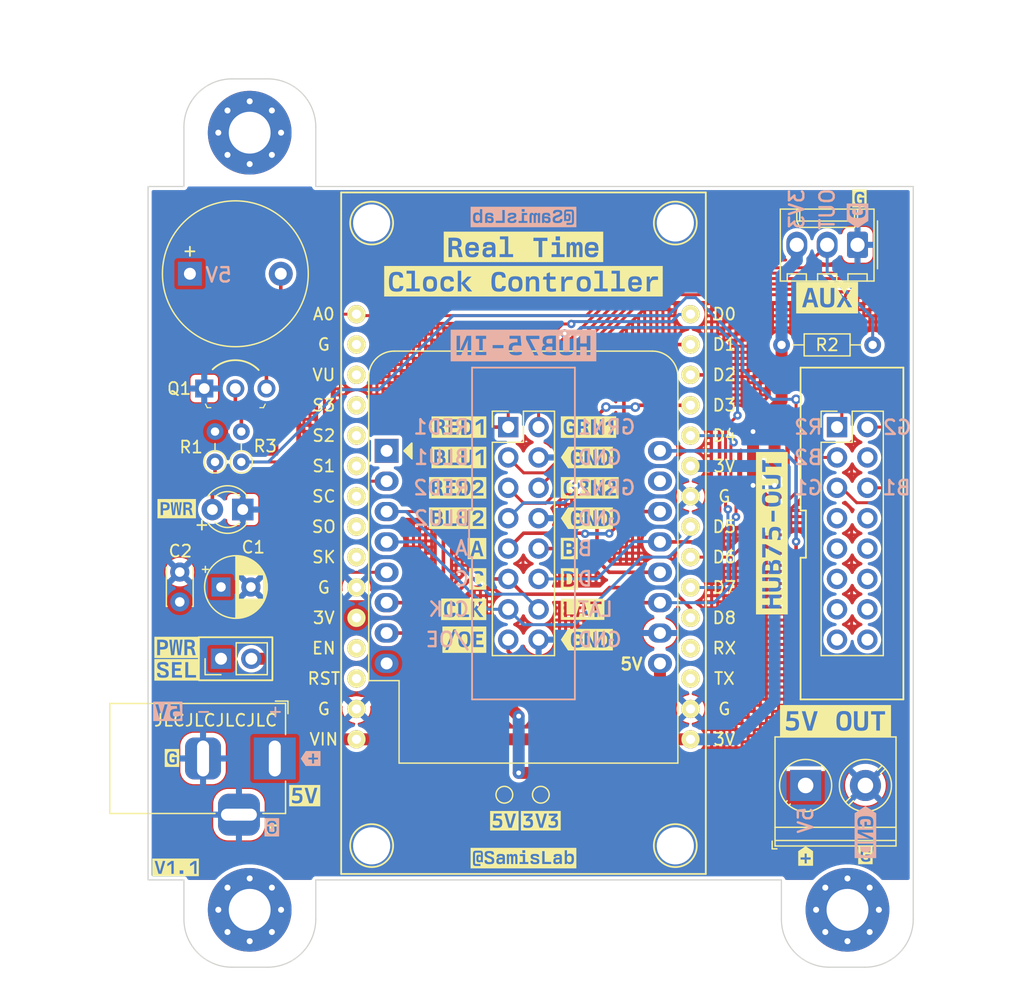
<source format=kicad_pcb>
(kicad_pcb (version 20211014) (generator pcbnew)
  (layers (0 "F.Cu" signal) (31 "B.Cu" power) (34 "B.Paste" user) (35 "F.Paste" user) (36 "B.SilkS" user "B.Silkscreen") (37 "F.SilkS" user "F.Silkscreen") (38 "B.Mask" user) (39 "F.Mask" user) (44 "Edge.Cuts" user))
  (net 0 "")
  (net 1 "+5V")
  (net 2 "GND")
  (net 3 "Net-(D1-Pad2)")
  (net 4 "/RED1")
  (net 5 "/GREEN1")
  (net 6 "/BLUE1")
  (net 7 "/RED2")
  (net 8 "/GREEN2")
  (net 9 "/BLUE2")
  (net 10 "/A")
  (net 11 "/B")
  (net 12 "/C")
  (net 13 "/D")
  (net 14 "/CLK")
  (net 15 "/LATCH")
  (net 16 "/OE")
  (net 28 "+3V3")
  (net 29 "/SIG")
  (net 30 "VCC")
  (net 31 "/A0_PIN")
  (net 42 "Net-(Q1-Pad2)")
  (net 46 "Net-(BZ1-Pad2)")
  (net 48 "unconnected-(U2-Pad16)")
  (footprint "ESP8266:NodeMCU-LoLinV3" (layer "F.Cu") (at 61 143)
    (fp_text reference "U1")
    (fp_text value "NodeMCU_1.0_(ESP-12E)")
  )
  (footprint "kibuzzard-6514EFEE" (layer "F.Cu") (at 31.6 159.8)
    (fp_text reference "kibuzzard-6514EFEE" hide)
    (fp_text value "G***" hide)
  )
  (footprint "kibuzzard-67C66B4C" (layer "F.Cu") (at 56.001955 147.365)
    (fp_text reference "kibuzzard-67C66B4C" hide)
    (fp_text value "G***" hide)
  )
  (footprint "kibuzzard-67C66B36" (layer "F.Cu") (at 57.111618 142.285)
    (fp_text reference "kibuzzard-67C66B36" hide)
    (fp_text value "G***" hide)
  )
  (footprint "kibuzzard-67C66B74" (layer "F.Cu") (at 56.054343 149.905)
    (fp_text reference "kibuzzard-67C66B74" hide)
    (fp_text value "G***" hide)
  )
  (footprint "Module:WEMOS_D1_mini_light" (layer "F.Cu") (at 49.555 134.11)
    (fp_text reference "U2")
    (fp_text value "WeMos_D1_mini")
  )
  (footprint "kibuzzard-67C66FDB" (layer "F.Cu") (at 66.3 139.745)
    (fp_text reference "kibuzzard-67C66FDB" hide)
    (fp_text value "G***" hide)
  )
  (footprint "MountingHole:MountingHole_3.5mm_Pad_Via" (layer "F.Cu") (at 38.1 107.5)
    (fp_text reference "H5")
    (fp_text value "MountingHole")
  )
  (footprint "kibuzzard-67C642C7" (layer "F.Cu") (at 59.4 165.05)
    (fp_text reference "kibuzzard-67C642C7" hide)
    (fp_text value "G***" hide)
  )
  (footprint "MountingHole:MountingHole_2.5mm" (layer "F.Cu") (at 48.3 115.05)
    (fp_text reference "H3")
    (fp_text value "MountingHole")
  )
  (footprint "Connector_BarrelJack:BarrelJack_Horizontal" (layer "F.Cu") (at 40.2 159.8425)
    (fp_text reference "J1")
    (fp_text value "DC_Jack")
  )
  (footprint "kibuzzard-67C684FA" (layer "F.Cu") (at 31.975 150.55)
    (fp_text reference "kibuzzard-67C684FA" hide)
    (fp_text value "G***" hide)
  )
  (footprint "TestPoint:TestPoint_Pad_D1.0mm" (layer "F.Cu") (at 62.45 162.875)
    (fp_text reference "TP2")
    (fp_text value "+3v3")
  )
  (footprint "kibuzzard-67C66FDB" (layer "F.Cu") (at 66.3 134.665)
    (fp_text reference "kibuzzard-67C66FDB" hide)
    (fp_text value "G***" hide)
  )
  (footprint "kibuzzard-67C685CE" (layer "F.Cu") (at 31.98008 152.43)
    (fp_text reference "kibuzzard-67C685CE" hide)
    (fp_text value "G***" hide)
  )
  (footprint "kibuzzard-67C66F98" (layer "F.Cu") (at 66.543522 137.205)
    (fp_text reference "kibuzzard-67C66F98" hide)
    (fp_text value "G***" hide)
  )
  (footprint "MountingHole:MountingHole_2.5mm" (layer "F.Cu") (at 73.7 167.15)
    (fp_text reference "H2")
    (fp_text value "MountingHole")
  )
  (footprint "kibuzzard-67C67223" (layer "F.Cu") (at 89.1 113)
    (fp_text reference "kibuzzard-67C67223" hide)
    (fp_text value "G***" hide)
  )
  (footprint "kibuzzard-6514EFEE" (layer "F.Cu") (at 89.6 167.93359)
    (fp_text reference "kibuzzard-6514EFEE" hide)
    (fp_text value "G***" hide)
  )
  (footprint "kibuzzard-67C66B28" (layer "F.Cu") (at 55.492368 139.745)
    (fp_text reference "kibuzzard-67C66B28" hide)
    (fp_text value "G***" hide)
  )
  (footprint "kibuzzard-67C67309" (layer "F.Cu") (at 61 168.175)
    (fp_text reference "kibuzzard-67C67309" hide)
    (fp_text value "G***" hide)
  )
  (footprint "digikey-footprints:TO-92-3_Formed_Leads" (layer "F.Cu") (at 34.3 128.9)
    (fp_text reference "Q1")
    (fp_text value "2N2222A")
  )
  (footprint "kibuzzard-6514EA0E" (layer "F.Cu") (at 84.6 168 -90)
    (fp_text reference "kibuzzard-6514EA0E" hide)
    (fp_text value "G***" hide)
  )
  (footprint "TerminalBlock_Phoenix:TerminalBlock_Phoenix_PT-1,5-2-5.0-H_1x02_P5.00mm_Horizontal" (layer "F.Cu") (at 84.6 162.1)
    (fp_text reference "J2")
    (fp_text value "5V_Out")
  )
  (footprint "MountingHole:MountingHole_2.5mm" (layer "F.Cu") (at 48.3 167.15)
    (fp_text reference "H1")
    (fp_text value "MountingHole")
  )
  (footprint "kibuzzard-6514EA0E" (layer "F.Cu") (at 43.2 159.85)
    (fp_text reference "kibuzzard-6514EA0E" hide)
    (fp_text value "G***" hide)
  )
  (footprint "kibuzzard-67C66FBF" (layer "F.Cu") (at 64.845215 144.825)
    (fp_text reference "kibuzzard-67C66FBF" hide)
    (fp_text value "G***" hide)
  )
  (footprint "kibuzzard-67C64864" (layer "F.Cu") (at 31.995 138.945)
    (fp_text reference "kibuzzard-67C64864" hide)
    (fp_text value "G***" hide)
  )
  (footprint "Capacitor_THT:C_Disc_D3.0mm_W2.0mm_P2.50mm" (layer "F.Cu") (at 32.25 146.75 90)
    (fp_text reference "C2")
    (fp_text value "100nF")
  )
  (footprint "kibuzzard-67C66B15" (layer "F.Cu") (at 55.495225 137.205)
    (fp_text reference "kibuzzard-67C66B15" hide)
    (fp_text value "G***" hide)
  )
  (footprint "kibuzzard-67C66AAA" (layer "F.Cu") (at 55.6 132.125)
    (fp_text reference "kibuzzard-67C66AAA" hide)
    (fp_text value "G***" hide)
  )
  (footprint "kibuzzard-67C66FC9" (layer "F.Cu") (at 65.945352 147.365)
    (fp_text reference "kibuzzard-67C66FC9" hide)
    (fp_text value "G***" hide)
  )
  (footprint "Capacitor_THT:CP_Radial_D5.0mm_P2.50mm" (layer "F.Cu") (at 35.7 145.5)
    (fp_text reference "C1")
    (fp_text value "10uF")
  )
  (footprint "Buzzer_Beeper:Buzzer_12x9.5RM7.6" (layer "F.Cu") (at 33.1 119.3)
    (fp_text reference "BZ1")
    (fp_text value "Buzzer")
  )
  (footprint "MountingHole:MountingHole_3.5mm_Pad_Via" (layer "F.Cu") (at 38.1 172.5)
    (fp_text reference "H7")
    (fp_text value "MountingHole")
  )
  (footprint "kibuzzard-69475C67" (layer "F.Cu") (at 31.9 168.95)
    (fp_text reference "kibuzzard-69475C67" hide)
    (fp_text value "G***" hide)
  )
  (footprint "kibuzzard-67C66FB5" (layer "F.Cu") (at 64.83188 142.285)
    (fp_text reference "kibuzzard-67C66FB5" hide)
    (fp_text value "G***" hide)
  )
  (footprint "kibuzzard-67C67064" (layer "F.Cu") (at 81.775 141 90)
    (fp_text reference "kibuzzard-67C67064" hide)
    (fp_text value "G***" hide)
  )
  (footprint "Resistor_THT:R_Axial_DIN0204_L3.6mm_D1.6mm_P2.54mm_Vertical" (layer "F.Cu") (at 37.4 135.04 90)
    (fp_text reference "R3")
    (fp_text value "1k")
  )
  (footprint "kibuzzard-67C66F80" (layer "F.Cu") (at 66.438747 132.125)
    (fp_text reference "kibuzzard-67C66F80" hide)
    (fp_text value "G***" hide)
  )
  (footprint "kibuzzard-67C67BB4" (layer "F.Cu") (at 61 119.925)
    (fp_text reference "kibuzzard-67C67BB4" hide)
    (fp_text value "G***" hide)
  )
  (footprint "kibuzzard-67C643A6" (layer "F.Cu") (at 87.1 156.7)
    (fp_text reference "kibuzzard-67C643A6" hide)
    (fp_text value "G***" hide)
  )
  (footprint "MountingHole:MountingHole_3.5mm_Pad_Via" (layer "F.Cu") (at 88.1 172.5)
    (fp_text reference "H6")
    (fp_text value "MountingHole")
  )
  (footprint "kibuzzard-67C66B42" (layer "F.Cu") (at 57.168768 144.825)
    (fp_text reference "kibuzzard-67C66B42" hide)
    (fp_text value "G***" hide)
  )
  (footprint "Connector_PinHeader_2.54mm:PinHeader_2x08_P2.54mm_Vertical" (layer "F.Cu") (at 59.725 132.125)
    (fp_text reference "J3")
    (fp_text value "Input")
  )
  (footprint "kibuzzard-6514EFEE" (layer "F.Cu") (at 39.95 165.6)
    (fp_text reference "kibuzzard-6514EFEE" hide)
    (fp_text value "G***" hide)
  )
  (footprint "Connector_PinHeader_2.54mm:PinHeader_1x02_P2.54mm_Vertical" (layer "F.Cu") (at 35.7 151.5 90)
    (fp_text reference "JP1")
    (fp_text value "USB_PWR")
  )
  (footprint "TestPoint:TestPoint_Pad_D1.0mm" (layer "F.Cu") (at 59.4 162.875)
    (fp_text reference "TP1")
    (fp_text value "+5v")
  )
  (footprint "kibuzzard-67C66FDB" (layer "F.Cu") (at 66.3 149.905)
    (fp_text reference "kibuzzard-67C66FDB" hide)
    (fp_text value "G***" hide)
  )
  (footprint "kibuzzard-6997A622" (layer "F.Cu") (at 86.3975 121.3)
    (fp_text reference "kibuzzard-6997A622" hide)
    (fp_text value "G***" hide)
  )
  (footprint "kibuzzard-67C67BA5" (layer "F.Cu") (at 61 117.05)
    (fp_text reference "kibuzzard-67C67BA5" hide)
    (fp_text value "G***" hide)
  )
  (footprint "Resistor_THT:R_Axial_DIN0204_L3.6mm_D1.6mm_P7.62mm_Horizontal" (layer "F.Cu") (at 82.5875 125.25)
    (fp_text reference "R2")
    (fp_text value "10K")
  )
  (footprint "Connector_Molex:Molex_KK-254_AE-6410-03A_1x03_P2.54mm_Vertical" (layer "F.Cu") (at 88.94 116.88 180)
    (fp_text reference "J5")
    (fp_text value "INPUT_PIN")
  )
  (footprint "MountingHole:MountingHole_2.5mm" (layer "F.Cu") (at 73.7 115.05)
    (fp_text reference "H4")
    (fp_text value "MountingHole")
  )
  (footprint "LED_THT:LED_D3.0mm" (layer "F.Cu") (at 37.52 139.02 180)
    (fp_text reference "D1")
    (fp_text value "LED_Small")
  )
  (footprint "Resistor_THT:R_Axial_DIN0204_L3.6mm_D1.6mm_P2.54mm_Vertical" (layer "F.Cu") (at 35.2 135.04 90)
    (fp_text reference "R1")
    (fp_text value "R_Small")
  )
  (footprint "Connector_PinHeader_2.54mm:PinHeader_2x08_P2.54mm_Vertical" (layer "F.Cu") (at 87.225 132.125)
    (fp_text reference "J4")
    (fp_text value "Output")
  )
  (footprint "kibuzzard-67C648F1" (layer "F.Cu") (at 42.7 162.95)
    (fp_text reference "kibuzzard-67C648F1" hide)
    (fp_text value "G***" hide)
  )
  (footprint "kibuzzard-67C6473C" (layer "F.Cu") (at 62.45 165.05)
    (fp_text reference "kibuzzard-67C6473C" hide)
    (fp_text value "G***" hide)
  )
  (footprint "kibuzzard-67C66AFA" (layer "F.Cu") (at 55.597143 134.665)
    (fp_text reference "kibuzzard-67C66AFA" hide)
    (fp_text value "G***" hide)
  )
  (footprint "kibuzzard-6514EA0E" (layer "B.Cu") (at 43.2 159.85)
    (fp_text reference "kibuzzard-6514EA0E" hide)
    (fp_text value "G***" hide)
  )
  (footprint "kibuzzard-67C644C4" (layer "B.Cu") (at 88.94 114.45 90)
    (fp_text reference "kibuzzard-67C644C4" hide)
    (fp_text value "G***" hide)
  )
  (footprint "kibuzzard-67C67309" (layer "B.Cu") (at 61 114.55 180)
    (fp_text reference "kibuzzard-67C67309" hide)
    (fp_text value "G***" hide)
  )
  (footprint "kibuzzard-67C6875C" (layer "B.Cu") (at 31.25 155.9 180)
    (fp_text reference "kibuzzard-67C6875C" hide)
    (fp_text value "G***" hide)
  )
  (footprint "kibuzzard-67C664FA" (layer "B.Cu") (at 61 125.3 180)
    (fp_text reference "kibuzzard-67C664FA" hide)
    (fp_text value "G***" hide)
  )
  (footprint "kibuzzard-651A1A52" (layer "B.Cu") (at 89.6 166 -90)
    (fp_text reference "kibuzzard-651A1A52" hide)
    (fp_text value "G***" hide)
  )
  (footprint "kibuzzard-6514EFEE" (layer "B.Cu") (at 39.95 165.6 180)
    (fp_text reference "kibuzzard-6514EFEE" hide)
    (fp_text value "G***" hide)
  )
  (gr_line (start 65.3 154.9) (end 65.3 127.15) (layer "B.SilkS") (width 0.15))
  (gr_line (start 56.7 154.9) (end 56.7 143) (layer "B.SilkS") (width 0.15))
  (gr_line (start 65.3 154.9) (end 56.7 154.9) (layer "B.SilkS") (width 0.15))
  (gr_line (start 56.7 139.05) (end 56.7 127.15) (layer "B.SilkS") (width 0.15))
  (gr_line (start 56.7 139.05) (end 56.45 139.05) (layer "B.SilkS") (width 0.15))
  (gr_line (start 56.45 143) (end 56.7 143) (layer "B.SilkS") (width 0.15))
  (gr_line (start 56.45 139.05) (end 56.45 143) (layer "B.SilkS") (width 0.15))
  (gr_line (start 56.7 127.15) (end 65.3 127.15) (layer "B.SilkS") (width 0.15))
  (gr_line (start 84.175 139.1) (end 84.175 127.15) (layer "F.SilkS") (width 0.15))
  (gr_line (start 84.625 139.1) (end 84.625 143.05) (layer "F.SilkS") (width 0.15))
  (gr_line (start 84.175 127.15) (end 92.775 127.15) (layer "F.SilkS") (width 0.15))
  (gr_line (start 84.625 139.1) (end 84.175 139.1) (layer "F.SilkS") (width 0.15))
  (gr_line (start 92.775 154.9) (end 92.775 127.15) (layer "F.SilkS") (width 0.15))
  (gr_line (start 84.175 143.05) (end 84.175 154.9) (layer "F.SilkS") (width 0.15))
  (gr_rect (start 33.85 149.7) (end 40 153.3) (layer "F.SilkS") (width 0.15) (fill none))
  (gr_line (start 84.625 143.05) (end 84.175 143.05) (layer "F.SilkS") (width 0.15))
  (gr_line (start 92.775 154.9) (end 84.175 154.9) (layer "F.SilkS") (width 0.15))
  (gr_line (start 43.627431 112) (end 93.6 112) (layer "Edge.Cuts") (width 0.1))
  (gr_line (start 36.62 103) (end 39.607431 103) (layer "Edge.Cuts") (width 0.1))
  (gr_line (start 32.6 170) (end 29.6 170) (layer "Edge.Cuts") (width 0.1))
  (gr_line (start 32.6 112) (end 32.6 107.02) (layer "Edge.Cuts") (width 0.1))
  (gr_arc (start 32.6 107.02) (mid 33.777431 104.177431) (end 36.62 103) (layer "Edge.Cuts") (width 0.1))
  (gr_arc (start 36.62 177.3) (mid 33.777431 176.122569) (end 32.6 173.28) (layer "Edge.Cuts") (width 0.1))
  (gr_line (start 43.627431 107.02) (end 43.627431 112) (layer "Edge.Cuts") (width 0.1))
  (gr_line (start 29.6 170) (end 29.6 112) (layer "Edge.Cuts") (width 0.1))
  (gr_line (start 39.607431 177.3) (end 36.62 177.3) (layer "Edge.Cuts") (width 0.1))
  (gr_arc (start 39.607431 103) (mid 42.45 104.177431) (end 43.627431 107.02) (layer "Edge.Cuts") (width 0.1))
  (gr_arc (start 86.592569 177.3) (mid 83.75 176.122569) (end 82.572569 173.28) (layer "Edge.Cuts") (width 0.1))
  (gr_line (start 32.6 112) (end 29.6 112) (layer "Edge.Cuts") (width 0.1))
  (gr_line (start 93.6 112) (end 93.6 173.28) (layer "Edge.Cuts") (width 0.1))
  (gr_line (start 32.6 170) (end 32.6 173.28) (layer "Edge.Cuts") (width 0.1))
  (gr_line (start 43.627431 170) (end 43.627431 173.28) (layer "Edge.Cuts") (width 0.1))
  (gr_arc (start 43.627431 173.28) (mid 42.45 176.122569) (end 39.607431 177.3) (layer "Edge.Cuts") (width 0.1))
  (gr_line (start 82.572569 170) (end 43.627431 170) (layer "Edge.Cuts") (width 0.1))
  (gr_arc (start 93.6 173.28) (mid 92.422569 176.122569) (end 89.58 177.3) (layer "Edge.Cuts") (width 0.1))
  (gr_line (start 89.58 177.3) (end 86.592569 177.3) (layer "Edge.Cuts") (width 0.1))
  (gr_line (start 82.572569 173.28) (end 82.572569 170) (layer "Edge.Cuts") (width 0.1))
  (gr_text "LAT" (at 67.007143 147.36) (layer "B.SilkS") (effects (font (size 1.2 1.2) (thickness 0.2)) (justify mirror)))
  (gr_text "RED2" (at 54.121429 137.2) (layer "B.SilkS") (effects (font (size 1.2 1.2) (thickness 0.2)) (justify mirror)))
  (gr_text "R2" (at 84.825 132.125) (layer "B.SilkS") (effects (font (size 1.2 1.2) (thickness 0.2)) (justify mirror)))
  (gr_text "C" (at 55.835715 144.82) (layer "B.SilkS") (effects (font (size 1.2 1.2) (thickness 0.2)) (justify mirror)))
  (gr_text "B2" (at 84.825 134.665) (layer "B.SilkS") (effects (font (size 1.2 1.2) (thickness 0.2)) (justify mirror)))
  (gr_text "GND" (at 67.378571 149.9) (layer "B.SilkS") (effects (font (size 1.2 1.2) (thickness 0.2)) (justify mirror)))
  (gr_text "D" (at 66.15 144.82) (layer "B.SilkS") (effects (font (size 1.2 1.2) (thickness 0.2)) (justify mirror)))
  (gr_text "GND" (at 67.378571 139.74) (layer "B.SilkS") (effects (font (size 1.2 1.2) (thickness 0.2)) (justify mirror)))
  (gr_text "B1" (at 92.2 137.2) (layer "B.SilkS") (effects (font (size 1.2 1.2) (thickness 0.2)) (justify mirror)))
  (gr_text "GND" (at 67.378571 134.66) (layer "B.SilkS") (effects (font (size 1.2 1.2) (thickness 0.2)) (justify mirror)))
  (gr_text "CLK" (at 54.75 147.36) (layer "B.SilkS") (effects (font (size 1.2 1.2) (thickness 0.2)) (justify mirror)))
  (gr_text "GRN2" (at 67.95 137.2) (layer "B.SilkS") (effects (font (size 1.2 1.2) (thickness 0.2)) (justify mirror)))
  (gr_text "G1" (at 84.825 137.205) (layer "B.SilkS") (effects (font (size 1.2 1.2) (thickness 0.2)) (justify mirror)))
  (gr_text "BLU2" (at 54.15 139.74) (layer "B.SilkS") (effects (font (size 1.2 1.2) (thickness 0.2)) (justify mirror)))
  (gr_text "G2" (at 92.25 132.15) (layer "B.SilkS") (effects (font (size 1.2 1.2) (thickness 0.2)) (justify mirror)))
  (gr_text "BLU1" (at 54.15 134.66) (layer "B.SilkS") (effects (font (size 1.2 1.2) (thickness 0.2)) (justify mirror)))
  (gr_text "OUT" (at 86.4 113.9 90) (layer "B.SilkS") (effects (font (size 1.2 1.2) (thickness 0.2)) (justify mirror)))
  (gr_text "5V" (at 84.6 165.007982 90) (layer "B.SilkS") (effects (font (size 1.2 1.2) (thickness 0.2)) (justify mirror)))
  (gr_text "A" (at 55.8 142.25) (layer "B.SilkS") (effects (font (size 1.2 1.2) (thickness 0.2)) (justify mirror)))
  (gr_text "5V" (at 35.5 119.4) (layer "B.SilkS") (effects (font (size 1.2 1.2) (thickness 0.2)) (justify mirror)))
  (gr_text "B" (at 66.15 142.28) (layer "B.SilkS") (effects (font (size 1.2 1.2) (thickness 0.2)) (justify mirror)))
  (gr_text "/OE" (at 54.635715 149.9) (layer "B.SilkS") (effects (font (size 1.2 1.2) (thickness 0.2)) (justify mirror)))
  (gr_text "RED1" (at 54.121429 132.12) (layer "B.SilkS") (effects (font (size 1.2 1.2) (thickness 0.2)) (justify mirror)))
  (gr_text "GRN1" (at 67.95 132.12) (layer "B.SilkS") (effects (font (size 1.2 1.2) (thickness 0.2)) (justify mirror)))
  (gr_text "-" (at 34.25 155.875) (layer "B.SilkS") (effects (font (size 1 1))))
  (gr_text "+" (at 40.25 155.875) (layer "B.SilkS") (effects (font (size 1 1))))
  (gr_text "3V3" (at 83.86 113.9 90) (layer "B.SilkS") (effects (font (size 1.2 1.2) (thickness 0.2)) (justify mirror)))
  (gr_text "5V" (at 70.03 151.95) (layer "F.SilkS") (effects (font (size 1 1) (thickness 0.2))))
  (gr_text "+" (at 34.1 140.245) (layer "F.SilkS") (effects (font (size 1 1))))
  (gr_text "JLCJLCJLCJLC" (at 35.25 156.65) (layer "F.SilkS") (effects (font (size 1 1))))
  (segment (start 80.2 132.5) (end 80.2 137) (width 1) (layer "F.Cu") (net 2))
  (via (at 80.2 132.5) (size 0.8) (drill 0.4) (layers "F.Cu" "B.Cu") (net 2))
  (via (at 80.2 137) (size 0.8) (drill 0.4) (layers "F.Cu" "B.Cu") (net 2))
  (segment (start 35.2 136.92) (end 35.2 135.04) (width 0.3) (layer "F.Cu") (net 3))
  (segment (start 34.98 137.14) (end 35.2 136.92) (width 0.3) (layer "F.Cu") (net 3))
  (segment (start 34.98 139.02) (end 34.98 137.14) (width 0.3) (layer "F.Cu") (net 3))
  (segment (start 34.98 139.02) (end 35.1 138.9) (width 0.3) (layer "F.Cu") (net 3))
  (segment (start 35.1 135.14) (end 35.2 135.04) (width 0.3) (layer "F.Cu") (net 3))
  (segment (start 54.3 134.791854) (end 56.966854 132.125) (width 0.3) (layer "F.Cu") (net 4))
  (segment (start 78.0995 139) (end 77.9 138.8005) (width 0.25) (layer "F.Cu") (net 4))
  (segment (start 56.966854 132.125) (end 59.725 132.125) (width 0.3) (layer "F.Cu") (net 4))
  (segment (start 59.725 129.331498) (end 59.725 132.125) (width 0.25) (layer "F.Cu") (net 4))
  (segment (start 64.444503 124.611995) (end 59.725 129.331498) (width 0.25) (layer "F.Cu") (net 4))
  (segment (start 49.555 146.81) (end 52.34 146.81) (width 0.3) (layer "F.Cu") (net 4))
  (segment (start 52.34 146.81) (end 54.3 144.85) (width 0.3) (layer "F.Cu") (net 4))
  (segment (start 54.3 144.85) (end 54.3 134.791854) (width 0.3) (layer "F.Cu") (net 4))
  (segment (start 77.9 138.8005) (end 77.9 132.1495) (width 0.25) (layer "F.Cu") (net 4))
  (segment (start 77.9 132.1495) (end 78.8995 131.15) (width 0.25) (layer "F.Cu") (net 4))
  (segment (start 64.444503 124.294503) (end 64.444503 124.611995) (width 0.25) (layer "F.Cu") (net 4))
  (via (at 78.0995 139) (size 0.7) (drill 0.3) (layers "F.Cu" "B.Cu") (net 4))
  (via (at 64.444503 124.294503) (size 0.7) (drill 0.3) (layers "F.Cu" "B.Cu") (net 4))
  (via (at 78.8995 131.15) (size 0.7) (drill 0.3) (layers "F.Cu" "B.Cu") (net 4))
  (segment (start 64.444503 124.294503) (end 65.305003 124.294503) (width 0.25) (layer "B.Cu") (net 4))
  (segment (start 77.263604 123.8) (end 78.9 125.436396) (width 0.25) (layer "B.Cu") (net 4))
  (segment (start 65.305003 124.294503) (end 65.799506 123.8) (width 0.25) (layer "B.Cu") (net 4))
  (segment (start 77.56 145.54) (end 74.97 145.54) (width 0.25) (layer "B.Cu") (net 4))
  (segment (start 78.9 125.436396) (end 78.9 131.1495) (width 0.25) (layer "B.Cu") (net 4))
  (segment (start 78.0995 139) (end 78.1 139.0005) (width 0.25) (layer "B.Cu") (net 4))
  (segment (start 65.799506 123.8) (end 77.263604 123.8) (width 0.25) (layer "B.Cu") (net 4))
  (segment (start 78.9 131.1495) (end 78.8995 131.15) (width 0.25) (layer "B.Cu") (net 4))
  (segment (start 78.1 139.0005) (end 78.1 145) (width 0.25) (layer "B.Cu") (net 4))
  (segment (start 78.1 145) (end 77.56 145.54) (width 0.25) (layer "B.Cu") (net 4))
  (segment (start 62.265 132.125) (end 62.265 127.427894) (width 0.25) (layer "F.Cu") (net 5))
  (segment (start 93.1 135.936396) (end 90.586396 138.45) (width 0.25) (layer "F.Cu") (net 5))
  (segment (start 88.87 138.45) (end 87.625 137.205) (width 0.25) (layer "F.Cu") (net 5))
  (segment (start 70.442894 119.25) (end 90.708147 119.25) (width 0.25) (layer "F.Cu") (net 5))
  (segment (start 90.708147 119.25) (end 93.1 121.641853) (width 0.25) (layer "F.Cu") (net 5))
  (segment (start 90.586396 138.45) (end 88.87 138.45) (width 0.25) (layer "F.Cu") (net 5))
  (segment (start 93.1 121.641853) (end 93.1 135.936396) (width 0.25) (layer "F.Cu") (net 5))
  (segment (start 62.265 127.427894) (end 70.442894 119.25) (width 0.25) (layer "F.Cu") (net 5))
  (segment (start 91.195 137.205) (end 90.165 137.205) (width 0.25) (layer "F.Cu") (net 6))
  (segment (start 62.848248 135.95) (end 63.975 134.823248) (width 0.25) (layer "F.Cu") (net 6))
  (segment (start 90.521751 119.7) (end 92.65 121.828249) (width 0.25) (layer "F.Cu") (net 6))
  (segment (start 92.65 121.828249) (end 92.65 135.75) (width 0.25) (layer "F.Cu") (net 6))
  (segment (start 70.735354 119.7) (end 90.521751 119.7) (width 0.25) (layer "F.Cu") (net 6))
  (segment (start 59.725 134.665) (end 61.01 135.95) (width 0.25) (layer "F.Cu") (net 6))
  (segment (start 61.01 135.95) (end 62.848248 135.95) (width 0.25) (layer "F.Cu") (net 6))
  (segment (start 63.975 134.823248) (end 63.975 126.460354) (width 0.25) (layer "F.Cu") (net 6))
  (segment (start 63.975 126.460354) (end 70.735354 119.7) (width 0.25) (layer "F.Cu") (net 6))
  (segment (start 92.65 135.75) (end 91.195 137.205) (width 0.25) (layer "F.Cu") (net 6))
  (segment (start 87.625 122.975) (end 87.625 132.125) (width 0.25) (layer "F.Cu") (net 7))
  (segment (start 85.25 120.6) (end 87.625 122.975) (width 0.25) (layer "F.Cu") (net 7))
  (segment (start 62.85 138.5) (end 64.925 136.425) (width 0.25) (layer "F.Cu") (net 7))
  (segment (start 64.925 126.853858) (end 71.178858 120.6) (width 0.25) (layer "F.Cu") (net 7))
  (segment (start 64.925 136.425) (end 64.925 126.853858) (width 0.25) (layer "F.Cu") (net 7))
  (segment (start 61.02 138.5) (end 62.85 138.5) (width 0.25) (layer "F.Cu") (net 7))
  (segment (start 59.725 137.205) (end 61.02 138.5) (width 0.25) (layer "F.Cu") (net 7))
  (segment (start 71.178858 120.6) (end 85.25 120.6) (width 0.25) (layer "F.Cu") (net 7))
  (segment (start 62.265 137.205) (end 64.475 134.995) (width 0.25) (layer "F.Cu") (net 8))
  (segment (start 91.275 132.125) (end 90.165 132.125) (width 0.25) (layer "F.Cu") (net 8))
  (segment (start 92.2 131.2) (end 91.275 132.125) (width 0.25) (layer "F.Cu") (net 8))
  (segment (start 92.2 122.014645) (end 92.2 131.2) (width 0.25) (layer "F.Cu") (net 8))
  (segment (start 64.475 126.667462) (end 70.992462 120.15) (width 0.25) (layer "F.Cu") (net 8))
  (segment (start 90.335355 120.15) (end 92.2 122.014645) (width 0.25) (layer "F.Cu") (net 8))
  (segment (start 70.992462 120.15) (end 90.335355 120.15) (width 0.25) (layer "F.Cu") (net 8))
  (segment (start 64.475 134.995) (end 64.475 126.667462) (width 0.25) (layer "F.Cu") (net 8))
  (segment (start 85.063604 121.05) (end 87.175 123.161396) (width 0.25) (layer "F.Cu") (net 9))
  (segment (start 71.365254 121.05) (end 85.063604 121.05) (width 0.25) (layer "F.Cu") (net 9))
  (segment (start 65.375 127.040254) (end 71.365254 121.05) (width 0.25) (layer "F.Cu") (net 9))
  (segment (start 85.35 133.95) (end 86.065 134.665) (width 0.25) (layer "F.Cu") (net 9))
  (segment (start 86.065 134.665) (end 87.225 134.665) (width 0.25) (layer "F.Cu") (net 9))
  (segment (start 65.362299 137.012299) (end 65.375 136.999598) (width 0.25) (layer "F.Cu") (net 9))
  (segment (start 85.35 130.2) (end 85.35 133.95) (width 0.25) (layer "F.Cu") (net 9))
  (segment (start 87.175 128.375) (end 85.35 130.2) (width 0.25) (layer "F.Cu") (net 9))
  (segment (start 65.375 136.999598) (end 65.375 127.040254) (width 0.25) (layer "F.Cu") (net 9))
  (segment (start 87.175 123.161396) (end 87.175 128.375) (width 0.25) (layer "F.Cu") (net 9))
  (via (at 65.362299 137.012299) (size 0.7) (drill 0.3) (layers "F.Cu" "B.Cu") (net 9))
  (segment (start 65.362299 137.487701) (end 64.4 138.45) (width 0.25) (layer "B.Cu") (net 9))
  (segment (start 64.4 138.45) (end 61.02 138.45) (width 0.25) (layer "B.Cu") (net 9))
  (segment (start 61.02 138.45) (end 59.725 139.745) (width 0.25) (layer "B.Cu") (net 9))
  (segment (start 65.362299 137.012299) (end 65.362299 137.487701) (width 0.25) (layer "B.Cu") (net 9))
  (segment (start 59.725 142.285) (end 61.01 141) (width 0.3) (layer "F.Cu") (net 10))
  (segment (start 69.4 127.5) (end 71.68 125.22) (width 0.3) (layer "F.Cu") (net 10))
  (segment (start 61.01 141) (end 66.1 141) (width 0.3) (layer "F.Cu") (net 10))
  (segment (start 69.4 139.19) (end 72.415 139.19) (width 0.3) (layer "F.Cu") (net 10))
  (segment (start 68.175 141.025) (end 69.4 139.8) (width 0.3) (layer "F.Cu") (net 10))
  (segment (start 69.4 139.8) (end 69.4 127.5) (width 0.3) (layer "F.Cu") (net 10))
  (segment (start 71.68 125.22) (end 74.97 125.22) (width 0.3) (layer "F.Cu") (net 10))
  (segment (start 66.1 141) (end 66.15 141.05) (width 0.3) (layer "F.Cu") (net 10))
  (via (at 66.15 141.05) (size 0.7) (drill 0.3) (layers "F.Cu" "B.Cu") (net 10))
  (via (at 68.175 141.025) (size 0.7) (drill 0.3) (layers "F.Cu" "B.Cu") (net 10))
  (segment (start 68.15 141.05) (end 68.175 141.025) (width 0.3) (layer "B.Cu") (net 10))
  (segment (start 66.15 141.05) (end 68.15 141.05) (width 0.3) (layer "B.Cu") (net 10))
  (segment (start 67.15 142.2) (end 67.15 131.2) (width 0.3) (layer "F.Cu") (net 11))
  (segment (start 62.265 142.285) (end 67.065 142.285) (width 0.3) (layer "F.Cu") (net 11))
  (segment (start 67.15 131.2) (end 67.9 130.45) (width 0.3) (layer "F.Cu") (net 11))
  (segment (start 70.5 130.3) (end 74.97 130.3) (width 0.3) (layer "F.Cu") (net 11))
  (segment (start 67.15 143.25) (end 68.17 144.27) (width 0.3) (layer "F.Cu") (net 11))
  (segment (start 67.15 142.05) (end 67.15 143.25) (width 0.3) (layer "F.Cu") (net 11))
  (segment (start 68.17 144.27) (end 72.415 144.27) (width 0.3) (layer "F.Cu") (net 11))
  (segment (start 70.35 130.45) (end 70.5 130.3) (width 0.3) (layer "F.Cu") (net 11))
  (segment (start 67.065 142.285) (end 67.15 142.2) (width 0.3) (layer "F.Cu") (net 11))
  (via (at 67.9 130.45) (size 0.8) (drill 0.4) (layers "F.Cu" "B.Cu") (net 11))
  (via (at 70.35 130.45) (size 0.8) (drill 0.4) (layers "F.Cu" "B.Cu") (net 11))
  (segment (start 67.9 130.45) (end 70.35 130.45) (width 0.3) (layer "B.Cu") (net 11))
  (segment (start 73.25 145.55) (end 74.97 147.27) (width 0.3) (layer "F.Cu") (net 12))
  (segment (start 61 146.1) (end 67.65 146.1) (width 0.3) (layer "F.Cu") (net 12))
  (segment (start 59.725 144.825) (end 61 146.1) (width 0.3) (layer "F.Cu") (net 12))
  (segment (start 56.575 144.825) (end 59.725 144.825) (width 0.3) (layer "F.Cu") (net 12))
  (segment (start 68.2 145.55) (end 73.25 145.55) (width 0.3) (layer "F.Cu") (net 12))
  (segment (start 74.97 147.27) (end 74.97 148.08) (width 0.3) (layer "F.Cu") (net 12))
  (segment (start 67.65 146.1) (end 68.2 145.55) (width 0.3) (layer "F.Cu") (net 12))
  (segment (start 52.05 149.35) (end 56.575 144.825) (width 0.3) (layer "F.Cu") (net 12))
  (segment (start 49.555 149.35) (end 52.05 149.35) (width 0.3) (layer "F.Cu") (net 12))
  (segment (start 72.415 141.73) (end 75.82 141.73) (width 0.3) (layer "F.Cu") (net 13))
  (segment (start 77.4 140.15) (end 77.4 128.9) (width 0.3) (layer "F.Cu") (net 13))
  (segment (start 76.26 127.76) (end 74.97 127.76) (width 0.3) (layer "F.Cu") (net 13))
  (segment (start 75.82 141.73) (end 77.4 140.15) (width 0.3) (layer "F.Cu") (net 13))
  (segment (start 77.4 128.9) (end 76.26 127.76) (width 0.3) (layer "F.Cu") (net 13))
  (segment (start 70.25 141.7) (end 67.125 144.825) (width 0.25) (layer "B.Cu") (net 13))
  (segment (start 72.415 141.73) (end 72.385 141.7) (width 0.25) (layer "B.Cu") (net 13))
  (segment (start 67.125 144.825) (end 62.265 144.825) (width 0.25) (layer "B.Cu") (net 13))
  (segment (start 72.385 141.7) (end 70.25 141.7) (width 0.25) (layer "B.Cu") (net 13))
  (segment (start 61.01 148.65) (end 65.25 148.65) (width 0.25) (layer "B.Cu") (net 14))
  (segment (start 65.25 148.65) (end 70.9 143) (width 0.25) (layer "B.Cu") (net 14))
  (segment (start 70.9 143) (end 73.15 143) (width 0.25) (layer "B.Cu") (net 14))
  (segment (start 49.555 141.73) (end 52.38 141.73) (width 0.25) (layer "B.Cu") (net 14))
  (segment (start 74.97 141.18) (end 74.97 140.46) (width 0.25) (layer "B.Cu") (net 14))
  (segment (start 59.725 147.365) (end 61.01 148.65) (width 0.25) (layer "B.Cu") (net 14))
  (segment (start 73.15 143) (end 74.97 141.18) (width 0.25) (layer "B.Cu") (net 14))
  (segment (start 58.015 147.365) (end 59.725 147.365) (width 0.25) (layer "B.Cu") (net 14))
  (segment (start 52.38 141.73) (end 58.015 147.365) (width 0.25) (layer "B.Cu") (net 14))
  (segment (start 53.825 137.575) (end 52.21 139.19) (width 0.25) (layer "F.Cu") (net 15))
  (segment (start 52.21 139.19) (end 49.555 139.19) (width 0.25) (layer "F.Cu") (net 15))
  (segment (start 65 123.5) (end 64.284411 123.5) (width 0.25) (layer "F.Cu") (net 15))
  (segment (start 53.825 134.595102) (end 53.825 137.575) (width 0.25) (layer "F.Cu") (net 15))
  (segment (start 64.284411 123.5) (end 63.75 124.034411) (width 0.25) (layer "F.Cu") (net 15))
  (segment (start 63.75 124.034411) (end 63.75 124.670102) (width 0.25) (layer "F.Cu") (net 15))
  (segment (start 63.75 124.670102) (end 53.825 134.595102) (width 0.25) (layer "F.Cu") (net 15))
  (via (at 65 123.5) (size 0.7) (drill 0.3) (layers "F.Cu" "B.Cu") (net 15))
  (segment (start 74.95 122.7) (end 74.97 122.68) (width 0.25) (layer "B.Cu") (net 15))
  (segment (start 74 122.7) (end 74.95 122.7) (width 0.25) (layer "B.Cu") (net 15))
  (segment (start 51.19 139.19) (end 58.1 146.1) (width 0.25) (layer "B.Cu") (net 15))
  (segment (start 49.555 139.19) (end 51.19 139.19) (width 0.25) (layer "B.Cu") (net 15))
  (segment (start 65.2 123.3) (end 73.4 123.3) (width 0.25) (layer "B.Cu") (net 15))
  (segment (start 61 146.1) (end 62.265 147.365) (width 0.25) (layer "B.Cu") (net 15))
  (segment (start 65 123.5) (end 65.2 123.3) (width 0.25) (layer "B.Cu") (net 15))
  (segment (start 73.4 123.3) (end 74 122.7) (width 0.25) (layer "B.Cu") (net 15))
  (segment (start 58.1 146.1) (end 61 146.1) (width 0.25) (layer "B.Cu") (net 15))
  (segment (start 78.35 133.6245) (end 78.35 138.169766) (width 0.25) (layer "F.Cu") (net 16))
  (segment (start 78.5745 133.4) (end 78.35 133.6245) (width 0.25) (layer "F.Cu") (net 16))
  (segment (start 59.725 149.905) (end 59.725 150.875) (width 0.3) (layer "F.Cu") (net 16))
  (segment (start 65.2 151.95) (end 70.34 146.81) (width 0.3) (layer "F.Cu") (net 16))
  (segment (start 70.34 146.81) (end 72.415 146.81) (width 0.3) (layer "F.Cu") (net 16))
  (segment (start 78.35 138.169766) (end 78.7745 138.594266) (width 0.25) (layer "F.Cu") (net 16))
  (segment (start 78.7745 138.594266) (end 78.7745 139.635515) (width 0.25) (layer "F.Cu") (net 16))
  (segment (start 60.8 151.95) (end 65.2 151.95) (width 0.3) (layer "F.Cu") (net 16))
  (segment (start 59.725 150.875) (end 60.8 151.95) (width 0.3) (layer "F.Cu") (net 16))
  (via (at 78.7745 139.635515) (size 0.7) (drill 0.3) (layers "F.Cu" "B.Cu") (net 16))
  (via (at 78.5745 133.4) (size 0.7) (drill 0.3) (layers "F.Cu" "B.Cu") (net 16))
  (segment (start 78.55 145.186396) (end 76.926396 146.81) (width 0.25) (layer "B.Cu") (net 16))
  (segment (start 78.7745 139.635515) (end 78.55 139.860015) (width 0.25) (layer "B.Cu") (net 16))
  (segment (start 78.0145 132.84) (end 74.97 132.84) (width 0.25) (layer "B.Cu") (net 16))
  (segment (start 78.5745 133.4) (end 78.0145 132.84) (width 0.25) (layer "B.Cu") (net 16))
  (segment (start 78.55 139.860015) (end 78.55 145.186396) (width 0.25) (layer "B.Cu") (net 16))
  (segment (start 76.926396 146.81) (end 72.415 146.81) (width 0.25) (layer "B.Cu") (net 16))
  (segment (start 69.725 161.05) (end 72.535 158.24) (width 1) (layer "F.Cu") (net 28))
  (segment (start 62.45 162.875) (end 62.45 161.075) (width 0.25) (layer "F.Cu") (net 28))
  (segment (start 56.19 151.89) (end 60.6 156.3) (width 1) (layer "F.Cu") (net 28))
  (segment (start 82 137) (end 82 130.5) (width 1) (layer "F.Cu") (net 28))
  (segment (start 72.535 158.24) (end 74.97 158.24) (width 1) (layer "F.Cu") (net 28))
  (segment (start 60.6 161.05) (end 62.625 161.05) (width 1) (layer "F.Cu") (net 28))
  (segment (start 82 130.5) (end 82.5875 129.9125) (width 1) (layer "F.Cu") (net 28))
  (segment (start 49.555 151.89) (end 56.19 151.89) (width 1) (layer "F.Cu") (net 28))
  (segment (start 62.625 161.05) (end 69.725 161.05) (width 1) (layer "F.Cu") (net 28))
  (segment (start 82.5875 129.9125) (end 82.5875 125.25) (width 1) (layer "F.Cu") (net 28))
  (segment (start 62.6 161.075) (end 62.625 161.05) (width 0.25) (layer "F.Cu") (net 28))
  (via (at 82 137) (size 0.8) (drill 0.4) (layers "F.Cu" "B.Cu") (net 28))
  (via (at 60.6 156.3) (size 0.8) (drill 0.4) (layers "F.Cu" "B.Cu") (net 28))
  (via (at 60.6 161.05) (size 0.8) (drill 0.4) (layers "F.Cu" "B.Cu") (net 28))
  (segment (start 60.6 156.3) (end 60.6 161.05) (width 1) (layer "B.Cu") (net 28))
  (segment (start 49.555 151.89) (end 49.555 151.355) (width 0.5) (layer "B.Cu") (net 28))
  (segment (start 83.86 118.19) (end 82.5875 119.4625) (width 1) (layer "B.Cu") (net 28))
  (segment (start 82 136.4) (end 80.98 135.38) (width 1) (layer "B.Cu") (net 28))
  (segment (start 82 137) (end 82 155) (width 1) (layer "B.Cu") (net 28))
  (segment (start 82 137) (end 82 136.4) (width 1) (layer "B.Cu") (net 28))
  (segment (start 83.86 116.88) (end 83.86 118.19) (width 1) (layer "B.Cu") (net 28))
  (segment (start 80.98 135.38) (end 74.97 135.38) (width 1) (layer "B.Cu") (net 28))
  (segment (start 82 155) (end 78.76 158.24) (width 1) (layer "B.Cu") (net 28))
  (segment (start 82.5875 119.4625) (end 82.5875 125.25) (width 1) (layer "B.Cu") (net 28))
  (segment (start 78.76 158.24) (end 74.97 158.24) (width 1) (layer "B.Cu") (net 28))
  (segment (start 42.1 136.7) (end 42.1 141.4) (width 0.25) (layer "F.Cu") (net 29))
  (segment (start 40.44 135.04) (end 42.1 136.7) (width 0.25) (layer "F.Cu") (net 29))
  (segment (start 37.4 135.04) (end 40.44 135.04) (width 0.25) (layer "F.Cu") (net 29))
  (segment (start 42.1 141.4) (end 44.97 144.27) (width 0.25) (layer "F.Cu") (net 29))
  (segment (start 83.8 137.6) (end 78.4 143) (width 0.25) (layer "F.Cu") (net 29))
  (segment (start 44.97 144.27) (end 49.555 144.27) (width 0.25) (layer "F.Cu") (net 29))
  (segment (start 78.4 143) (end 74.97 143) (width 0.25) (layer "F.Cu") (net 29))
  (segment (start 83.8 129.8) (end 83.8 137.6) (width 0.25) (layer "F.Cu") (net 29))
  (via (at 83.8 129.8) (size 0.8) (drill 0.4) (layers "F.Cu" "B.Cu") (net 29))
  (segment (start 39.66 135.04) (end 37.4 135.04) (width 0.25) (layer "B.Cu") (net 29))
  (segment (start 73.1 122.8) (end 55.1 122.8) (width 0.25) (layer "B.Cu") (net 29))
  (segment (start 45.7 129) (end 39.66 135.04) (width 0.25) (layer "B.Cu") (net 29))
  (segment (start 75.4 121.3) (end 74.6 121.3) (width 0.25) (layer "B.Cu") (net 29))
  (segment (start 81.8 129.8) (end 79.35 127.35) (width 0.25) (layer "B.Cu") (net 29))
  (segment (start 48.9 129) (end 45.7 129) (width 0.25) (layer "B.Cu") (net 29))
  (segment (start 83.8 129.8) (end 81.8 129.8) (width 0.25) (layer "B.Cu") (net 29))
  (segment (start 74.6 121.3) (end 73.1 122.8) (width 0.25) (layer "B.Cu") (net 29))
  (segment (start 79.35 127.35) (end 79.35 125.25) (width 0.25) (layer "B.Cu") (net 29))
  (segment (start 79.35 125.25) (end 75.4 121.3) (width 0.25) (layer "B.Cu") (net 29))
  (segment (start 55.1 122.8) (end 48.9 129) (width 0.25) (layer "B.Cu") (net 29))
  (segment (start 42.3 155.9) (end 44.64 158.24) (width 1) (layer "F.Cu") (net 30))
  (segment (start 44.64 158.24) (end 47.03 158.24) (width 1) (layer "F.Cu") (net 30))
  (segment (start 68.91 158.24) (end 72.415 154.735) (width 1) (layer "F.Cu") (net 30))
  (segment (start 42.3 153.2) (end 42.3 155.9) (width 1) (layer "F.Cu") (net 30))
  (segment (start 38.24 151.5) (end 40.6 151.5) (width 1) (layer "F.Cu") (net 30))
  (segment (start 47.03 158.24) (end 68.91 158.24) (width 1) (layer "F.Cu") (net 30))
  (segment (start 72.415 154.735) (end 72.415 151.89) (width 1) (layer "F.Cu") (net 30))
  (segment (start 40.6 151.5) (end 42.3 153.2) (width 1) (layer "F.Cu") (net 30))
  (segment (start 70.256498 118.8) (end 84.48 118.8) (width 0.25) (layer "F.Cu") (net 31))
  (segment (start 45.55 136.65) (end 44.35 135.45) (width 0.25) (layer "F.Cu") (net 31))
  (segment (start 44.35 135.45) (end 44.35 124.15) (width 0.25) (layer "F.Cu") (net 31))
  (segment (start 49.555 136.65) (end 45.55 136.65) (width 0.25) (layer "F.Cu") (net 31))
  (segment (start 84.48 118.8) (end 86.4 116.88) (width 0.25) (layer "F.Cu") (net 31))
  (segment (start 45.82 122.68) (end 47.03 122.68) (width 0.25) (layer "F.Cu") (net 31))
  (segment (start 44.35 124.15) (end 45.82 122.68) (width 0.25) (layer "F.Cu") (net 31))
  (segment (start 47.15 122.8) (end 66.256498 122.8) (width 0.25) (layer "F.Cu") (net 31))
  (segment (start 66.256498 122.8) (end 70.256498 118.8) (width 0.25) (layer "F.Cu") (net 31))
  (segment (start 47.03 122.68) (end 47.15 122.8) (width 0.25) (layer "F.Cu") (net 31))
  (segment (start 90.2075 123.0075) (end 90.2075 125.25) (width 0.25) (layer "B.Cu") (net 31))
  (segment (start 86.4 119.2) (end 90.2075 123.0075) (width 0.25) (layer "B.Cu") (net 31))
  (segment (start 86.4 116.88) (end 86.4 119.2) (width 0.25) (layer "B.Cu") (net 31))
  (segment (start 36.9 128.9) (end 36.9 130.5) (width 0.3) (layer "F.Cu") (net 42))
  (segment (start 36.9 130.5) (end 37.4 131) (width 0.3) (layer "F.Cu") (net 42))
  (segment (start 37.4 131) (end 37.4 132.5) (width 0.3) (layer "F.Cu") (net 42))
  (segment (start 39.5 128.9) (end 39.5 124.5) (width 0.3) (layer "F.Cu") (net 46))
  (segment (start 39.5 124.5) (end 40.7 123.3) (width 0.3) (layer "F.Cu") (net 46))
  (segment (start 40.7 123.3) (end 40.7 119.3) (width 0.3) (layer "F.Cu") (net 46))
  (segment (start 83.8 141.7) (end 83.8 149.8) (width 0.3) (layer "F.Cu") (net 48))
  (via (at 83.8 141.7) (size 0.7) (drill 0.3) (layers "F.Cu" "B.Cu") (net 48))
  (segment (start 82.71 134.11) (end 72.415 134.11) (width 0.3) (layer "B.Cu") (net 48))
  (segment (start 83.8 135.2) (end 82.71 134.11) (width 0.3) (layer "B.Cu") (net 48))
  (segment (start 83.8 141.7) (end 83.8 135.2) (width 0.3) (layer "B.Cu") (net 48))
  (zone (net 1) (net_name "+5V") (layer "F.Cu") (connect_pads yes (clearance 0.4)) (min_thickness 0.254) (fill yes (thermal_gap 0.508) (thermal_bridge_width 0.508))
    (polygon (pts (xy 40.5 112) (xy 40.5 157.7) (xy 42.4 157.7) (xy 42.4 160.9) (xy 93.6 160.9) (xy 93.6 170) (xy 29.6 170) (xy 29.6 112)))
  )
  (zone (net 0) (net_name "") (layer "F.Cu") (connect_pads (clearance 0.4)) (min_thickness 0.254) (fill yes (mode hatch) (thermal_gap 0.508) (thermal_bridge_width 0.508) (hatch_thickness 0.254) (hatch_gap 0.254) (hatch_orientation 0) (hatch_border_algorithm hatch_thickness) (hatch_min_hole_area 0.3))
    (polygon (pts (xy 93.6 159.325) (xy 43.7 159.325) (xy 43.7 156.4) (xy 42 156.4) (xy 42 112) (xy 93.6 112)))
    (polygon (pts (xy 44.7 145.9) (xy 44.7 155.4) (xy 51.6 155.4) (xy 51.6 145.9)))
  )
  (zone (net 28) (net_name "+3V3") (layer "F.Cu") (connect_pads yes (clearance 0.3)) (min_thickness 0.254) (fill yes (thermal_gap 0.508) (thermal_bridge_width 0.508) (smoothing fillet) (radius 0.5))
    (polygon (pts (xy 51 154.7) (xy 45.3 154.7) (xy 45.3 146.6) (xy 51 146.6)))
  )
  (zone (net 2) (net_name "GND") (layer "B.Cu") (connect_pads (clearance 0.3)) (min_thickness 0.254) (fill yes (thermal_gap 0.508) (thermal_bridge_width 0.508))
    (polygon (pts (xy 93.6 170) (xy 29.6 170) (xy 29.6 112) (xy 93.6 112)))
  )
)
</source>
